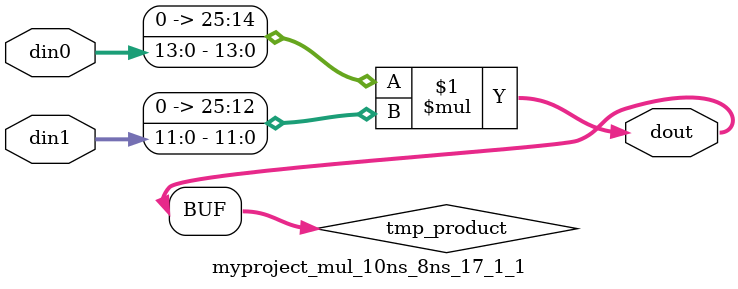
<source format=v>

`timescale 1 ns / 1 ps

  module myproject_mul_10ns_8ns_17_1_1(din0, din1, dout);
parameter ID = 1;
parameter NUM_STAGE = 0;
parameter din0_WIDTH = 14;
parameter din1_WIDTH = 12;
parameter dout_WIDTH = 26;

input [din0_WIDTH - 1 : 0] din0; 
input [din1_WIDTH - 1 : 0] din1; 
output [dout_WIDTH - 1 : 0] dout;

wire signed [dout_WIDTH - 1 : 0] tmp_product;










assign tmp_product = $signed({1'b0, din0}) * $signed({1'b0, din1});











assign dout = tmp_product;







endmodule

</source>
